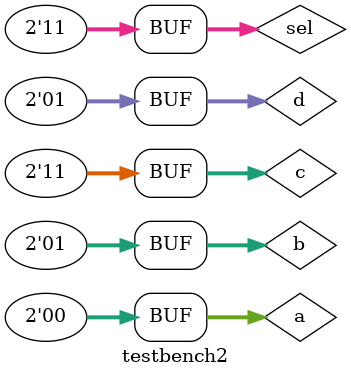
<source format=v>
module testbench2 ;
// input and output test signals
reg [1:0] a;
reg [1:0] b;
reg [1:0] c;
reg [1:0] d;
reg [1:0] sel;
wire [1:0]y;
// creating the instance of the module we want to test
mux_4_1_case mux_4_1_case (a, b, c, d, sel , y ) ;
initial
begin
a = 2'b10;
b = 2'b00;
c = 2'b11;
d = 2'b01;
sel = 2'b00;
#5; 
a = 2'b01;
b = 2'b00;
sel = 2'b01;
#10; 
a = 2'b00;
b = 2'b10;
sel = 2'b10;
#10;
a = 2'b00;
b = 2'b01;
sel = 2'b11;
#5;
end
// print signal values on every change
initial
$monitor ("a = %2b b = %2b c = %2b d = %2b sel = %2b y = %2b ", a, b, c, d, sel , y );
initial
$dumpvars ; // dump all variables
endmodule
</source>
